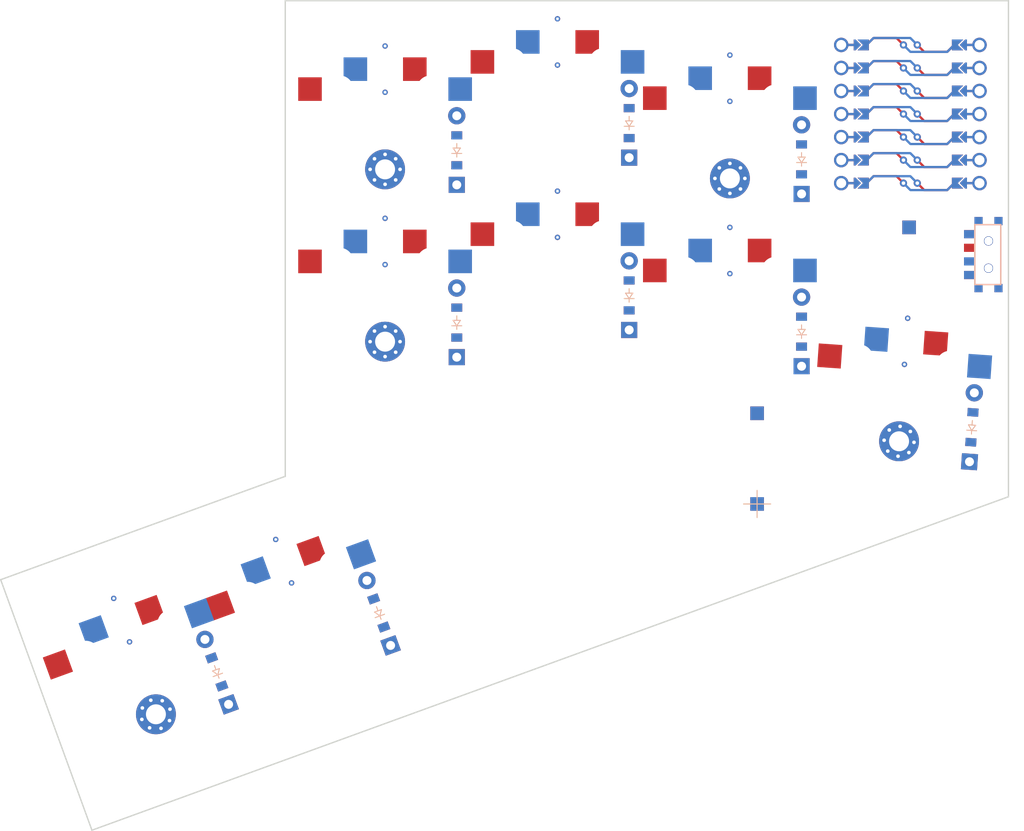
<source format=kicad_pcb>


(kicad_pcb (version 20171130) (host pcbnew 5.1.6)

  (page A3)
  (title_block
    (title "nox_30")
    (rev "v1.0.0")
    (company "Unknown")
  )

  (general
    (thickness 1.6)
  )

  (layers
    (0 F.Cu signal)
    (31 B.Cu signal)
    (32 B.Adhes user)
    (33 F.Adhes user)
    (34 B.Paste user)
    (35 F.Paste user)
    (36 B.SilkS user)
    (37 F.SilkS user)
    (38 B.Mask user)
    (39 F.Mask user)
    (40 Dwgs.User user)
    (41 Cmts.User user)
    (42 Eco1.User user)
    (43 Eco2.User user)
    (44 Edge.Cuts user)
    (45 Margin user)
    (46 B.CrtYd user)
    (47 F.CrtYd user)
    (48 B.Fab user)
    (49 F.Fab user)
  )

  (setup
    (last_trace_width 0.25)
    (trace_clearance 0.2)
    (zone_clearance 0.508)
    (zone_45_only no)
    (trace_min 0.2)
    (via_size 0.8)
    (via_drill 0.4)
    (via_min_size 0.4)
    (via_min_drill 0.3)
    (uvia_size 0.3)
    (uvia_drill 0.1)
    (uvias_allowed no)
    (uvia_min_size 0.2)
    (uvia_min_drill 0.1)
    (edge_width 0.05)
    (segment_width 0.2)
    (pcb_text_width 0.3)
    (pcb_text_size 1.5 1.5)
    (mod_edge_width 0.12)
    (mod_text_size 1 1)
    (mod_text_width 0.15)
    (pad_size 1.524 1.524)
    (pad_drill 0.762)
    (pad_to_mask_clearance 0.05)
    (aux_axis_origin 0 0)
    (visible_elements FFFFFF7F)
    (pcbplotparams
      (layerselection 0x010fc_ffffffff)
      (usegerberextensions false)
      (usegerberattributes true)
      (usegerberadvancedattributes true)
      (creategerberjobfile true)
      (excludeedgelayer true)
      (linewidth 0.100000)
      (plotframeref false)
      (viasonmask false)
      (mode 1)
      (useauxorigin false)
      (hpglpennumber 1)
      (hpglpenspeed 20)
      (hpglpendiameter 15.000000)
      (psnegative false)
      (psa4output false)
      (plotreference true)
      (plotvalue true)
      (plotinvisibletext false)
      (padsonsilk false)
      (subtractmaskfromsilk false)
      (outputformat 1)
      (mirror false)
      (drillshape 1)
      (scaleselection 1)
      (outputdirectory ""))
  )

  (net 0 "")
(net 1 "index_home")
(net 2 "P1")
(net 3 "index_top")
(net 4 "middle_home")
(net 5 "P2")
(net 6 "middle_top")
(net 7 "ring_home")
(net 8 "P3")
(net 9 "ring_top")
(net 10 "pinky_home")
(net 11 "P4")
(net 12 "one_main")
(net 13 "two_main")
(net 14 "P9")
(net 15 "P10")
(net 16 "P8")
(net 17 "VCC5")
(net 18 "GND")
(net 19 "VCC3")
(net 20 "RST")
(net 21 "RAW")
(net 22 "NFC0")
(net 23 "NFC1")
(net 24 "CLK")
(net 25 "DIO")
(net 26 "P0")
(net 27 "P5")
(net 28 "P6")
(net 29 "P7")
(net 30 "BAT+")

  (net_class Default "This is the default net class."
    (clearance 0.2)
    (trace_width 0.25)
    (via_dia 0.8)
    (via_drill 0.4)
    (uvia_dia 0.3)
    (uvia_drill 0.1)
    (add_net "")
(add_net "index_home")
(add_net "P1")
(add_net "index_top")
(add_net "middle_home")
(add_net "P2")
(add_net "middle_top")
(add_net "ring_home")
(add_net "P3")
(add_net "ring_top")
(add_net "pinky_home")
(add_net "P4")
(add_net "one_main")
(add_net "two_main")
(add_net "P9")
(add_net "P10")
(add_net "P8")
(add_net "VCC5")
(add_net "GND")
(add_net "VCC3")
(add_net "RST")
(add_net "RAW")
(add_net "NFC0")
(add_net "NFC1")
(add_net "CLK")
(add_net "DIO")
(add_net "P0")
(add_net "P5")
(add_net "P6")
(add_net "P7")
(add_net "BAT+")
  )

  
        
      (module PG1350 (layer F.Cu) (tedit 5DD50112)
      (at 50 71 0)

      
      (fp_text reference "S1" (at 0 0) (layer F.SilkS) hide (effects (font (size 1.27 1.27) (thickness 0.15))))
      (fp_text value "" (at 0 0) (layer F.SilkS) hide (effects (font (size 1.27 1.27) (thickness 0.15))))

      
      (fp_line (start -7 -6) (end -7 -7) (layer Dwgs.User) (width 0.15))
      (fp_line (start -7 7) (end -6 7) (layer Dwgs.User) (width 0.15))
      (fp_line (start -6 -7) (end -7 -7) (layer Dwgs.User) (width 0.15))
      (fp_line (start -7 7) (end -7 6) (layer Dwgs.User) (width 0.15))
      (fp_line (start 7 6) (end 7 7) (layer Dwgs.User) (width 0.15))
      (fp_line (start 7 -7) (end 6 -7) (layer Dwgs.User) (width 0.15))
      (fp_line (start 6 7) (end 7 7) (layer Dwgs.User) (width 0.15))
      (fp_line (start 7 -7) (end 7 -6) (layer Dwgs.User) (width 0.15))      
      
      
      (pad "" np_thru_hole circle (at 0 0) (size 3.429 3.429) (drill 3.429) (layers *.Cu *.Mask))
        
      
      (pad "" np_thru_hole circle (at 5.5 0) (size 1.7018 1.7018) (drill 1.7018) (layers *.Cu *.Mask))
      (pad "" np_thru_hole circle (at -5.5 0) (size 1.7018 1.7018) (drill 1.7018) (layers *.Cu *.Mask))
      
        
      
      (fp_line (start -9 -8.5) (end 9 -8.5) (layer Dwgs.User) (width 0.15))
      (fp_line (start 9 -8.5) (end 9 8.5) (layer Dwgs.User) (width 0.15))
      (fp_line (start 9 8.5) (end -9 8.5) (layer Dwgs.User) (width 0.15))
      (fp_line (start -9 8.5) (end -9 -8.5) (layer Dwgs.User) (width 0.15))
      
        
          
          (pad "" np_thru_hole circle (at 5 -3.75) (size 3 3) (drill 3) (layers *.Cu *.Mask))
          (pad "" np_thru_hole circle (at 0 -5.95) (size 3 3) (drill 3) (layers *.Cu *.Mask))
      
          
          (pad 1 smd rect (at -3.275 -5.95 0) (size 2.6 2.6) (layers B.Cu B.Paste B.Mask)  (net 1 "index_home"))
          (pad 2 smd rect (at 8.275 -3.75 0) (size 2.6 2.6) (layers B.Cu B.Paste B.Mask)  (net 2 "P1"))
        
        
          
          (pad "" np_thru_hole circle (at -5 -3.75) (size 3 3) (drill 3) (layers *.Cu *.Mask))
          (pad "" np_thru_hole circle (at 0 -5.95) (size 3 3) (drill 3) (layers *.Cu *.Mask))
      
          
          (pad 1 smd rect (at 3.275 -5.95 0) (size 2.6 2.6) (layers F.Cu F.Paste F.Mask)  (net 1 "index_home"))
          (pad 2 smd rect (at -8.275 -3.75 0) (size 2.6 2.6) (layers F.Cu F.Paste F.Mask)  (net 2 "P1"))
        )
        

        
      (module PG1350 (layer F.Cu) (tedit 5DD50112)
      (at 50 52 0)

      
      (fp_text reference "S2" (at 0 0) (layer F.SilkS) hide (effects (font (size 1.27 1.27) (thickness 0.15))))
      (fp_text value "" (at 0 0) (layer F.SilkS) hide (effects (font (size 1.27 1.27) (thickness 0.15))))

      
      (fp_line (start -7 -6) (end -7 -7) (layer Dwgs.User) (width 0.15))
      (fp_line (start -7 7) (end -6 7) (layer Dwgs.User) (width 0.15))
      (fp_line (start -6 -7) (end -7 -7) (layer Dwgs.User) (width 0.15))
      (fp_line (start -7 7) (end -7 6) (layer Dwgs.User) (width 0.15))
      (fp_line (start 7 6) (end 7 7) (layer Dwgs.User) (width 0.15))
      (fp_line (start 7 -7) (end 6 -7) (layer Dwgs.User) (width 0.15))
      (fp_line (start 6 7) (end 7 7) (layer Dwgs.User) (width 0.15))
      (fp_line (start 7 -7) (end 7 -6) (layer Dwgs.User) (width 0.15))      
      
      
      (pad "" np_thru_hole circle (at 0 0) (size 3.429 3.429) (drill 3.429) (layers *.Cu *.Mask))
        
      
      (pad "" np_thru_hole circle (at 5.5 0) (size 1.7018 1.7018) (drill 1.7018) (layers *.Cu *.Mask))
      (pad "" np_thru_hole circle (at -5.5 0) (size 1.7018 1.7018) (drill 1.7018) (layers *.Cu *.Mask))
      
        
      
      (fp_line (start -9 -8.5) (end 9 -8.5) (layer Dwgs.User) (width 0.15))
      (fp_line (start 9 -8.5) (end 9 8.5) (layer Dwgs.User) (width 0.15))
      (fp_line (start 9 8.5) (end -9 8.5) (layer Dwgs.User) (width 0.15))
      (fp_line (start -9 8.5) (end -9 -8.5) (layer Dwgs.User) (width 0.15))
      
        
          
          (pad "" np_thru_hole circle (at 5 -3.75) (size 3 3) (drill 3) (layers *.Cu *.Mask))
          (pad "" np_thru_hole circle (at 0 -5.95) (size 3 3) (drill 3) (layers *.Cu *.Mask))
      
          
          (pad 1 smd rect (at -3.275 -5.95 0) (size 2.6 2.6) (layers B.Cu B.Paste B.Mask)  (net 3 "index_top"))
          (pad 2 smd rect (at 8.275 -3.75 0) (size 2.6 2.6) (layers B.Cu B.Paste B.Mask)  (net 2 "P1"))
        
        
          
          (pad "" np_thru_hole circle (at -5 -3.75) (size 3 3) (drill 3) (layers *.Cu *.Mask))
          (pad "" np_thru_hole circle (at 0 -5.95) (size 3 3) (drill 3) (layers *.Cu *.Mask))
      
          
          (pad 1 smd rect (at 3.275 -5.95 0) (size 2.6 2.6) (layers F.Cu F.Paste F.Mask)  (net 3 "index_top"))
          (pad 2 smd rect (at -8.275 -3.75 0) (size 2.6 2.6) (layers F.Cu F.Paste F.Mask)  (net 2 "P1"))
        )
        

        
      (module PG1350 (layer F.Cu) (tedit 5DD50112)
      (at 69 68 0)

      
      (fp_text reference "S3" (at 0 0) (layer F.SilkS) hide (effects (font (size 1.27 1.27) (thickness 0.15))))
      (fp_text value "" (at 0 0) (layer F.SilkS) hide (effects (font (size 1.27 1.27) (thickness 0.15))))

      
      (fp_line (start -7 -6) (end -7 -7) (layer Dwgs.User) (width 0.15))
      (fp_line (start -7 7) (end -6 7) (layer Dwgs.User) (width 0.15))
      (fp_line (start -6 -7) (end -7 -7) (layer Dwgs.User) (width 0.15))
      (fp_line (start -7 7) (end -7 6) (layer Dwgs.User) (width 0.15))
      (fp_line (start 7 6) (end 7 7) (layer Dwgs.User) (width 0.15))
      (fp_line (start 7 -7) (end 6 -7) (layer Dwgs.User) (width 0.15))
      (fp_line (start 6 7) (end 7 7) (layer Dwgs.User) (width 0.15))
      (fp_line (start 7 -7) (end 7 -6) (layer Dwgs.User) (width 0.15))      
      
      
      (pad "" np_thru_hole circle (at 0 0) (size 3.429 3.429) (drill 3.429) (layers *.Cu *.Mask))
        
      
      (pad "" np_thru_hole circle (at 5.5 0) (size 1.7018 1.7018) (drill 1.7018) (layers *.Cu *.Mask))
      (pad "" np_thru_hole circle (at -5.5 0) (size 1.7018 1.7018) (drill 1.7018) (layers *.Cu *.Mask))
      
        
      
      (fp_line (start -9 -8.5) (end 9 -8.5) (layer Dwgs.User) (width 0.15))
      (fp_line (start 9 -8.5) (end 9 8.5) (layer Dwgs.User) (width 0.15))
      (fp_line (start 9 8.5) (end -9 8.5) (layer Dwgs.User) (width 0.15))
      (fp_line (start -9 8.5) (end -9 -8.5) (layer Dwgs.User) (width 0.15))
      
        
          
          (pad "" np_thru_hole circle (at 5 -3.75) (size 3 3) (drill 3) (layers *.Cu *.Mask))
          (pad "" np_thru_hole circle (at 0 -5.95) (size 3 3) (drill 3) (layers *.Cu *.Mask))
      
          
          (pad 1 smd rect (at -3.275 -5.95 0) (size 2.6 2.6) (layers B.Cu B.Paste B.Mask)  (net 4 "middle_home"))
          (pad 2 smd rect (at 8.275 -3.75 0) (size 2.6 2.6) (layers B.Cu B.Paste B.Mask)  (net 5 "P2"))
        
        
          
          (pad "" np_thru_hole circle (at -5 -3.75) (size 3 3) (drill 3) (layers *.Cu *.Mask))
          (pad "" np_thru_hole circle (at 0 -5.95) (size 3 3) (drill 3) (layers *.Cu *.Mask))
      
          
          (pad 1 smd rect (at 3.275 -5.95 0) (size 2.6 2.6) (layers F.Cu F.Paste F.Mask)  (net 4 "middle_home"))
          (pad 2 smd rect (at -8.275 -3.75 0) (size 2.6 2.6) (layers F.Cu F.Paste F.Mask)  (net 5 "P2"))
        )
        

        
      (module PG1350 (layer F.Cu) (tedit 5DD50112)
      (at 69 49 0)

      
      (fp_text reference "S4" (at 0 0) (layer F.SilkS) hide (effects (font (size 1.27 1.27) (thickness 0.15))))
      (fp_text value "" (at 0 0) (layer F.SilkS) hide (effects (font (size 1.27 1.27) (thickness 0.15))))

      
      (fp_line (start -7 -6) (end -7 -7) (layer Dwgs.User) (width 0.15))
      (fp_line (start -7 7) (end -6 7) (layer Dwgs.User) (width 0.15))
      (fp_line (start -6 -7) (end -7 -7) (layer Dwgs.User) (width 0.15))
      (fp_line (start -7 7) (end -7 6) (layer Dwgs.User) (width 0.15))
      (fp_line (start 7 6) (end 7 7) (layer Dwgs.User) (width 0.15))
      (fp_line (start 7 -7) (end 6 -7) (layer Dwgs.User) (width 0.15))
      (fp_line (start 6 7) (end 7 7) (layer Dwgs.User) (width 0.15))
      (fp_line (start 7 -7) (end 7 -6) (layer Dwgs.User) (width 0.15))      
      
      
      (pad "" np_thru_hole circle (at 0 0) (size 3.429 3.429) (drill 3.429) (layers *.Cu *.Mask))
        
      
      (pad "" np_thru_hole circle (at 5.5 0) (size 1.7018 1.7018) (drill 1.7018) (layers *.Cu *.Mask))
      (pad "" np_thru_hole circle (at -5.5 0) (size 1.7018 1.7018) (drill 1.7018) (layers *.Cu *.Mask))
      
        
      
      (fp_line (start -9 -8.5) (end 9 -8.5) (layer Dwgs.User) (width 0.15))
      (fp_line (start 9 -8.5) (end 9 8.5) (layer Dwgs.User) (width 0.15))
      (fp_line (start 9 8.5) (end -9 8.5) (layer Dwgs.User) (width 0.15))
      (fp_line (start -9 8.5) (end -9 -8.5) (layer Dwgs.User) (width 0.15))
      
        
          
          (pad "" np_thru_hole circle (at 5 -3.75) (size 3 3) (drill 3) (layers *.Cu *.Mask))
          (pad "" np_thru_hole circle (at 0 -5.95) (size 3 3) (drill 3) (layers *.Cu *.Mask))
      
          
          (pad 1 smd rect (at -3.275 -5.95 0) (size 2.6 2.6) (layers B.Cu B.Paste B.Mask)  (net 6 "middle_top"))
          (pad 2 smd rect (at 8.275 -3.75 0) (size 2.6 2.6) (layers B.Cu B.Paste B.Mask)  (net 5 "P2"))
        
        
          
          (pad "" np_thru_hole circle (at -5 -3.75) (size 3 3) (drill 3) (layers *.Cu *.Mask))
          (pad "" np_thru_hole circle (at 0 -5.95) (size 3 3) (drill 3) (layers *.Cu *.Mask))
      
          
          (pad 1 smd rect (at 3.275 -5.95 0) (size 2.6 2.6) (layers F.Cu F.Paste F.Mask)  (net 6 "middle_top"))
          (pad 2 smd rect (at -8.275 -3.75 0) (size 2.6 2.6) (layers F.Cu F.Paste F.Mask)  (net 5 "P2"))
        )
        

        
      (module PG1350 (layer F.Cu) (tedit 5DD50112)
      (at 88 72 0)

      
      (fp_text reference "S5" (at 0 0) (layer F.SilkS) hide (effects (font (size 1.27 1.27) (thickness 0.15))))
      (fp_text value "" (at 0 0) (layer F.SilkS) hide (effects (font (size 1.27 1.27) (thickness 0.15))))

      
      (fp_line (start -7 -6) (end -7 -7) (layer Dwgs.User) (width 0.15))
      (fp_line (start -7 7) (end -6 7) (layer Dwgs.User) (width 0.15))
      (fp_line (start -6 -7) (end -7 -7) (layer Dwgs.User) (width 0.15))
      (fp_line (start -7 7) (end -7 6) (layer Dwgs.User) (width 0.15))
      (fp_line (start 7 6) (end 7 7) (layer Dwgs.User) (width 0.15))
      (fp_line (start 7 -7) (end 6 -7) (layer Dwgs.User) (width 0.15))
      (fp_line (start 6 7) (end 7 7) (layer Dwgs.User) (width 0.15))
      (fp_line (start 7 -7) (end 7 -6) (layer Dwgs.User) (width 0.15))      
      
      
      (pad "" np_thru_hole circle (at 0 0) (size 3.429 3.429) (drill 3.429) (layers *.Cu *.Mask))
        
      
      (pad "" np_thru_hole circle (at 5.5 0) (size 1.7018 1.7018) (drill 1.7018) (layers *.Cu *.Mask))
      (pad "" np_thru_hole circle (at -5.5 0) (size 1.7018 1.7018) (drill 1.7018) (layers *.Cu *.Mask))
      
        
      
      (fp_line (start -9 -8.5) (end 9 -8.5) (layer Dwgs.User) (width 0.15))
      (fp_line (start 9 -8.5) (end 9 8.5) (layer Dwgs.User) (width 0.15))
      (fp_line (start 9 8.5) (end -9 8.5) (layer Dwgs.User) (width 0.15))
      (fp_line (start -9 8.5) (end -9 -8.5) (layer Dwgs.User) (width 0.15))
      
        
          
          (pad "" np_thru_hole circle (at 5 -3.75) (size 3 3) (drill 3) (layers *.Cu *.Mask))
          (pad "" np_thru_hole circle (at 0 -5.95) (size 3 3) (drill 3) (layers *.Cu *.Mask))
      
          
          (pad 1 smd rect (at -3.275 -5.95 0) (size 2.6 2.6) (layers B.Cu B.Paste B.Mask)  (net 7 "ring_home"))
          (pad 2 smd rect (at 8.275 -3.75 0) (size 2.6 2.6) (layers B.Cu B.Paste B.Mask)  (net 8 "P3"))
        
        
          
          (pad "" np_thru_hole circle (at -5 -3.75) (size 3 3) (drill 3) (layers *.Cu *.Mask))
          (pad "" np_thru_hole circle (at 0 -5.95) (size 3 3) (drill 3) (layers *.Cu *.Mask))
      
          
          (pad 1 smd rect (at 3.275 -5.95 0) (size 2.6 2.6) (layers F.Cu F.Paste F.Mask)  (net 7 "ring_home"))
          (pad 2 smd rect (at -8.275 -3.75 0) (size 2.6 2.6) (layers F.Cu F.Paste F.Mask)  (net 8 "P3"))
        )
        

        
      (module PG1350 (layer F.Cu) (tedit 5DD50112)
      (at 88 53 0)

      
      (fp_text reference "S6" (at 0 0) (layer F.SilkS) hide (effects (font (size 1.27 1.27) (thickness 0.15))))
      (fp_text value "" (at 0 0) (layer F.SilkS) hide (effects (font (size 1.27 1.27) (thickness 0.15))))

      
      (fp_line (start -7 -6) (end -7 -7) (layer Dwgs.User) (width 0.15))
      (fp_line (start -7 7) (end -6 7) (layer Dwgs.User) (width 0.15))
      (fp_line (start -6 -7) (end -7 -7) (layer Dwgs.User) (width 0.15))
      (fp_line (start -7 7) (end -7 6) (layer Dwgs.User) (width 0.15))
      (fp_line (start 7 6) (end 7 7) (layer Dwgs.User) (width 0.15))
      (fp_line (start 7 -7) (end 6 -7) (layer Dwgs.User) (width 0.15))
      (fp_line (start 6 7) (end 7 7) (layer Dwgs.User) (width 0.15))
      (fp_line (start 7 -7) (end 7 -6) (layer Dwgs.User) (width 0.15))      
      
      
      (pad "" np_thru_hole circle (at 0 0) (size 3.429 3.429) (drill 3.429) (layers *.Cu *.Mask))
        
      
      (pad "" np_thru_hole circle (at 5.5 0) (size 1.7018 1.7018) (drill 1.7018) (layers *.Cu *.Mask))
      (pad "" np_thru_hole circle (at -5.5 0) (size 1.7018 1.7018) (drill 1.7018) (layers *.Cu *.Mask))
      
        
      
      (fp_line (start -9 -8.5) (end 9 -8.5) (layer Dwgs.User) (width 0.15))
      (fp_line (start 9 -8.5) (end 9 8.5) (layer Dwgs.User) (width 0.15))
      (fp_line (start 9 8.5) (end -9 8.5) (layer Dwgs.User) (width 0.15))
      (fp_line (start -9 8.5) (end -9 -8.5) (layer Dwgs.User) (width 0.15))
      
        
          
          (pad "" np_thru_hole circle (at 5 -3.75) (size 3 3) (drill 3) (layers *.Cu *.Mask))
          (pad "" np_thru_hole circle (at 0 -5.95) (size 3 3) (drill 3) (layers *.Cu *.Mask))
      
          
          (pad 1 smd rect (at -3.275 -5.95 0) (size 2.6 2.6) (layers B.Cu B.Paste B.Mask)  (net 9 "ring_top"))
          (pad 2 smd rect (at 8.275 -3.75 0) (size 2.6 2.6) (layers B.Cu B.Paste B.Mask)  (net 8 "P3"))
        
        
          
          (pad "" np_thru_hole circle (at -5 -3.75) (size 3 3) (drill 3) (layers *.Cu *.Mask))
          (pad "" np_thru_hole circle (at 0 -5.95) (size 3 3) (drill 3) (layers *.Cu *.Mask))
      
          
          (pad 1 smd rect (at 3.275 -5.95 0) (size 2.6 2.6) (layers F.Cu F.Paste F.Mask)  (net 9 "ring_top"))
          (pad 2 smd rect (at -8.275 -3.75 0) (size 2.6 2.6) (layers F.Cu F.Paste F.Mask)  (net 8 "P3"))
        )
        

        
      (module PG1350 (layer F.Cu) (tedit 5DD50112)
      (at 107 82 -4)

      
      (fp_text reference "S7" (at 0 0) (layer F.SilkS) hide (effects (font (size 1.27 1.27) (thickness 0.15))))
      (fp_text value "" (at 0 0) (layer F.SilkS) hide (effects (font (size 1.27 1.27) (thickness 0.15))))

      
      (fp_line (start -7 -6) (end -7 -7) (layer Dwgs.User) (width 0.15))
      (fp_line (start -7 7) (end -6 7) (layer Dwgs.User) (width 0.15))
      (fp_line (start -6 -7) (end -7 -7) (layer Dwgs.User) (width 0.15))
      (fp_line (start -7 7) (end -7 6) (layer Dwgs.User) (width 0.15))
      (fp_line (start 7 6) (end 7 7) (layer Dwgs.User) (width 0.15))
      (fp_line (start 7 -7) (end 6 -7) (layer Dwgs.User) (width 0.15))
      (fp_line (start 6 7) (end 7 7) (layer Dwgs.User) (width 0.15))
      (fp_line (start 7 -7) (end 7 -6) (layer Dwgs.User) (width 0.15))      
      
      
      (pad "" np_thru_hole circle (at 0 0) (size 3.429 3.429) (drill 3.429) (layers *.Cu *.Mask))
        
      
      (pad "" np_thru_hole circle (at 5.5 0) (size 1.7018 1.7018) (drill 1.7018) (layers *.Cu *.Mask))
      (pad "" np_thru_hole circle (at -5.5 0) (size 1.7018 1.7018) (drill 1.7018) (layers *.Cu *.Mask))
      
        
      
      (fp_line (start -9 -8.5) (end 9 -8.5) (layer Dwgs.User) (width 0.15))
      (fp_line (start 9 -8.5) (end 9 8.5) (layer Dwgs.User) (width 0.15))
      (fp_line (start 9 8.5) (end -9 8.5) (layer Dwgs.User) (width 0.15))
      (fp_line (start -9 8.5) (end -9 -8.5) (layer Dwgs.User) (width 0.15))
      
        
          
          (pad "" np_thru_hole circle (at 5 -3.75) (size 3 3) (drill 3) (layers *.Cu *.Mask))
          (pad "" np_thru_hole circle (at 0 -5.95) (size 3 3) (drill 3) (layers *.Cu *.Mask))
      
          
          (pad 1 smd rect (at -3.275 -5.95 -4) (size 2.6 2.6) (layers B.Cu B.Paste B.Mask)  (net 10 "pinky_home"))
          (pad 2 smd rect (at 8.275 -3.75 -4) (size 2.6 2.6) (layers B.Cu B.Paste B.Mask)  (net 11 "P4"))
        
        
          
          (pad "" np_thru_hole circle (at -5 -3.75) (size 3 3) (drill 3) (layers *.Cu *.Mask))
          (pad "" np_thru_hole circle (at 0 -5.95) (size 3 3) (drill 3) (layers *.Cu *.Mask))
      
          
          (pad 1 smd rect (at 3.275 -5.95 -4) (size 2.6 2.6) (layers F.Cu F.Paste F.Mask)  (net 10 "pinky_home"))
          (pad 2 smd rect (at -8.275 -3.75 -4) (size 2.6 2.6) (layers F.Cu F.Paste F.Mask)  (net 11 "P4"))
        )
        

        
      (module PG1350 (layer F.Cu) (tedit 5DD50112)
      (at 23 112.4 20)

      
      (fp_text reference "S8" (at 0 0) (layer F.SilkS) hide (effects (font (size 1.27 1.27) (thickness 0.15))))
      (fp_text value "" (at 0 0) (layer F.SilkS) hide (effects (font (size 1.27 1.27) (thickness 0.15))))

      
      (fp_line (start -7 -6) (end -7 -7) (layer Dwgs.User) (width 0.15))
      (fp_line (start -7 7) (end -6 7) (layer Dwgs.User) (width 0.15))
      (fp_line (start -6 -7) (end -7 -7) (layer Dwgs.User) (width 0.15))
      (fp_line (start -7 7) (end -7 6) (layer Dwgs.User) (width 0.15))
      (fp_line (start 7 6) (end 7 7) (layer Dwgs.User) (width 0.15))
      (fp_line (start 7 -7) (end 6 -7) (layer Dwgs.User) (width 0.15))
      (fp_line (start 6 7) (end 7 7) (layer Dwgs.User) (width 0.15))
      (fp_line (start 7 -7) (end 7 -6) (layer Dwgs.User) (width 0.15))      
      
      
      (pad "" np_thru_hole circle (at 0 0) (size 3.429 3.429) (drill 3.429) (layers *.Cu *.Mask))
        
      
      (pad "" np_thru_hole circle (at 5.5 0) (size 1.7018 1.7018) (drill 1.7018) (layers *.Cu *.Mask))
      (pad "" np_thru_hole circle (at -5.5 0) (size 1.7018 1.7018) (drill 1.7018) (layers *.Cu *.Mask))
      
        
      
      (fp_line (start -9 -8.5) (end 9 -8.5) (layer Dwgs.User) (width 0.15))
      (fp_line (start 9 -8.5) (end 9 8.5) (layer Dwgs.User) (width 0.15))
      (fp_line (start 9 8.5) (end -9 8.5) (layer Dwgs.User) (width 0.15))
      (fp_line (start -9 8.5) (end -9 -8.5) (layer Dwgs.User) (width 0.15))
      
        
          
          (pad "" np_thru_hole circle (at 5 -3.75) (size 3 3) (drill 3) (layers *.Cu *.Mask))
          (pad "" np_thru_hole circle (at 0 -5.95) (size 3 3) (drill 3) (layers *.Cu *.Mask))
      
          
          (pad 1 smd rect (at -3.275 -5.95 20) (size 2.6 2.6) (layers B.Cu B.Paste B.Mask)  (net 12 "one_main"))
          (pad 2 smd rect (at 8.275 -3.75 20) (size 2.6 2.6) (layers B.Cu B.Paste B.Mask)  (net 2 "P1"))
        
        
          
          (pad "" np_thru_hole circle (at -5 -3.75) (size 3 3) (drill 3) (layers *.Cu *.Mask))
          (pad "" np_thru_hole circle (at 0 -5.95) (size 3 3) (drill 3) (layers *.Cu *.Mask))
      
          
          (pad 1 smd rect (at 3.275 -5.95 20) (size 2.6 2.6) (layers F.Cu F.Paste F.Mask)  (net 12 "one_main"))
          (pad 2 smd rect (at -8.275 -3.75 20) (size 2.6 2.6) (layers F.Cu F.Paste F.Mask)  (net 2 "P1"))
        )
        

        
      (module PG1350 (layer F.Cu) (tedit 5DD50112)
      (at 40.854159800000005 105.90161730000001 20)

      
      (fp_text reference "S9" (at 0 0) (layer F.SilkS) hide (effects (font (size 1.27 1.27) (thickness 0.15))))
      (fp_text value "" (at 0 0) (layer F.SilkS) hide (effects (font (size 1.27 1.27) (thickness 0.15))))

      
      (fp_line (start -7 -6) (end -7 -7) (layer Dwgs.User) (width 0.15))
      (fp_line (start -7 7) (end -6 7) (layer Dwgs.User) (width 0.15))
      (fp_line (start -6 -7) (end -7 -7) (layer Dwgs.User) (width 0.15))
      (fp_line (start -7 7) (end -7 6) (layer Dwgs.User) (width 0.15))
      (fp_line (start 7 6) (end 7 7) (layer Dwgs.User) (width 0.15))
      (fp_line (start 7 -7) (end 6 -7) (layer Dwgs.User) (width 0.15))
      (fp_line (start 6 7) (end 7 7) (layer Dwgs.User) (width 0.15))
      (fp_line (start 7 -7) (end 7 -6) (layer Dwgs.User) (width 0.15))      
      
      
      (pad "" np_thru_hole circle (at 0 0) (size 3.429 3.429) (drill 3.429) (layers *.Cu *.Mask))
        
      
      (pad "" np_thru_hole circle (at 5.5 0) (size 1.7018 1.7018) (drill 1.7018) (layers *.Cu *.Mask))
      (pad "" np_thru_hole circle (at -5.5 0) (size 1.7018 1.7018) (drill 1.7018) (layers *.Cu *.Mask))
      
        
      
      (fp_line (start -9 -8.5) (end 9 -8.5) (layer Dwgs.User) (width 0.15))
      (fp_line (start 9 -8.5) (end 9 8.5) (layer Dwgs.User) (width 0.15))
      (fp_line (start 9 8.5) (end -9 8.5) (layer Dwgs.User) (width 0.15))
      (fp_line (start -9 8.5) (end -9 -8.5) (layer Dwgs.User) (width 0.15))
      
        
          
          (pad "" np_thru_hole circle (at 5 -3.75) (size 3 3) (drill 3) (layers *.Cu *.Mask))
          (pad "" np_thru_hole circle (at 0 -5.95) (size 3 3) (drill 3) (layers *.Cu *.Mask))
      
          
          (pad 1 smd rect (at -3.275 -5.95 20) (size 2.6 2.6) (layers B.Cu B.Paste B.Mask)  (net 13 "two_main"))
          (pad 2 smd rect (at 8.275 -3.75 20) (size 2.6 2.6) (layers B.Cu B.Paste B.Mask)  (net 5 "P2"))
        
        
          
          (pad "" np_thru_hole circle (at -5 -3.75) (size 3 3) (drill 3) (layers *.Cu *.Mask))
          (pad "" np_thru_hole circle (at 0 -5.95) (size 3 3) (drill 3) (layers *.Cu *.Mask))
      
          
          (pad 1 smd rect (at 3.275 -5.95 20) (size 2.6 2.6) (layers F.Cu F.Paste F.Mask)  (net 13 "two_main"))
          (pad 2 smd rect (at -8.275 -3.75 20) (size 2.6 2.6) (layers F.Cu F.Paste F.Mask)  (net 5 "P2"))
        )
        

      (module VIA-0.6mm (layer F.Cu) (tedit 591DBFB0)
      (at 50 62.5 0)   
      
      (fp_text reference REF** (at 0 1.4) (layer F.SilkS) hide (effects (font (size 1 1) (thickness 0.15))))
      (fp_text value VIA-0.6mm (at 0 -1.4) (layer F.Fab) hide (effects (font (size 1 1) (thickness 0.15))))

      
      (pad 1 thru_hole circle (at 0 0) (size 0.6 0.6) (drill 0.3) (layers *.Cu) (zone_connect 2) (net 2 "P1"))
      )
    

      (module VIA-0.6mm (layer F.Cu) (tedit 591DBFB0)
      (at 50 43.5 0)   
      
      (fp_text reference REF** (at 0 1.4) (layer F.SilkS) hide (effects (font (size 1 1) (thickness 0.15))))
      (fp_text value VIA-0.6mm (at 0 -1.4) (layer F.Fab) hide (effects (font (size 1 1) (thickness 0.15))))

      
      (pad 1 thru_hole circle (at 0 0) (size 0.6 0.6) (drill 0.3) (layers *.Cu) (zone_connect 2) (net 2 "P1"))
      )
    

      (module VIA-0.6mm (layer F.Cu) (tedit 591DBFB0)
      (at 69 59.5 0)   
      
      (fp_text reference REF** (at 0 1.4) (layer F.SilkS) hide (effects (font (size 1 1) (thickness 0.15))))
      (fp_text value VIA-0.6mm (at 0 -1.4) (layer F.Fab) hide (effects (font (size 1 1) (thickness 0.15))))

      
      (pad 1 thru_hole circle (at 0 0) (size 0.6 0.6) (drill 0.3) (layers *.Cu) (zone_connect 2) (net 5 "P2"))
      )
    

      (module VIA-0.6mm (layer F.Cu) (tedit 591DBFB0)
      (at 69 40.5 0)   
      
      (fp_text reference REF** (at 0 1.4) (layer F.SilkS) hide (effects (font (size 1 1) (thickness 0.15))))
      (fp_text value VIA-0.6mm (at 0 -1.4) (layer F.Fab) hide (effects (font (size 1 1) (thickness 0.15))))

      
      (pad 1 thru_hole circle (at 0 0) (size 0.6 0.6) (drill 0.3) (layers *.Cu) (zone_connect 2) (net 5 "P2"))
      )
    

      (module VIA-0.6mm (layer F.Cu) (tedit 591DBFB0)
      (at 88 63.5 0)   
      
      (fp_text reference REF** (at 0 1.4) (layer F.SilkS) hide (effects (font (size 1 1) (thickness 0.15))))
      (fp_text value VIA-0.6mm (at 0 -1.4) (layer F.Fab) hide (effects (font (size 1 1) (thickness 0.15))))

      
      (pad 1 thru_hole circle (at 0 0) (size 0.6 0.6) (drill 0.3) (layers *.Cu) (zone_connect 2) (net 8 "P3"))
      )
    

      (module VIA-0.6mm (layer F.Cu) (tedit 591DBFB0)
      (at 88 44.5 0)   
      
      (fp_text reference REF** (at 0 1.4) (layer F.SilkS) hide (effects (font (size 1 1) (thickness 0.15))))
      (fp_text value VIA-0.6mm (at 0 -1.4) (layer F.Fab) hide (effects (font (size 1 1) (thickness 0.15))))

      
      (pad 1 thru_hole circle (at 0 0) (size 0.6 0.6) (drill 0.3) (layers *.Cu) (zone_connect 2) (net 8 "P3"))
      )
    

      (module VIA-0.6mm (layer F.Cu) (tedit 591DBFB0)
      (at 107.59293 73.5207056 -4)   
      
      (fp_text reference REF** (at 0 1.4) (layer F.SilkS) hide (effects (font (size 1 1) (thickness 0.15))))
      (fp_text value VIA-0.6mm (at 0 -1.4) (layer F.Fab) hide (effects (font (size 1 1) (thickness 0.15))))

      
      (pad 1 thru_hole circle (at 0 0) (size 0.6 0.6) (drill 0.3) (layers *.Cu) (zone_connect 2) (net 11 "P4"))
      )
    

      (module VIA-0.6mm (layer F.Cu) (tedit 591DBFB0)
      (at 20.0928288 104.41261270000001 20)   
      
      (fp_text reference REF** (at 0 1.4) (layer F.SilkS) hide (effects (font (size 1 1) (thickness 0.15))))
      (fp_text value VIA-0.6mm (at 0 -1.4) (layer F.Fab) hide (effects (font (size 1 1) (thickness 0.15))))

      
      (pad 1 thru_hole circle (at 0 0) (size 0.6 0.6) (drill 0.3) (layers *.Cu) (zone_connect 2) (net 2 "P1"))
      )
    

      (module VIA-0.6mm (layer F.Cu) (tedit 591DBFB0)
      (at 37.946988600000005 97.91423000000002 20)   
      
      (fp_text reference REF** (at 0 1.4) (layer F.SilkS) hide (effects (font (size 1 1) (thickness 0.15))))
      (fp_text value VIA-0.6mm (at 0 -1.4) (layer F.Fab) hide (effects (font (size 1 1) (thickness 0.15))))

      
      (pad 1 thru_hole circle (at 0 0) (size 0.6 0.6) (drill 0.3) (layers *.Cu) (zone_connect 2) (net 5 "P2"))
      )
    

      (module VIA-0.6mm (layer F.Cu) (tedit 591DBFB0)
      (at 50 67.6 0)   
      
      (fp_text reference REF** (at 0 1.4) (layer F.SilkS) hide (effects (font (size 1 1) (thickness 0.15))))
      (fp_text value VIA-0.6mm (at 0 -1.4) (layer F.Fab) hide (effects (font (size 1 1) (thickness 0.15))))

      
      (pad 1 thru_hole circle (at 0 0) (size 0.6 0.6) (drill 0.3) (layers *.Cu) (zone_connect 2) (net 1 "index_home"))
      )
    

      (module VIA-0.6mm (layer F.Cu) (tedit 591DBFB0)
      (at 50 48.6 0)   
      
      (fp_text reference REF** (at 0 1.4) (layer F.SilkS) hide (effects (font (size 1 1) (thickness 0.15))))
      (fp_text value VIA-0.6mm (at 0 -1.4) (layer F.Fab) hide (effects (font (size 1 1) (thickness 0.15))))

      
      (pad 1 thru_hole circle (at 0 0) (size 0.6 0.6) (drill 0.3) (layers *.Cu) (zone_connect 2) (net 3 "index_top"))
      )
    

      (module VIA-0.6mm (layer F.Cu) (tedit 591DBFB0)
      (at 69 64.6 0)   
      
      (fp_text reference REF** (at 0 1.4) (layer F.SilkS) hide (effects (font (size 1 1) (thickness 0.15))))
      (fp_text value VIA-0.6mm (at 0 -1.4) (layer F.Fab) hide (effects (font (size 1 1) (thickness 0.15))))

      
      (pad 1 thru_hole circle (at 0 0) (size 0.6 0.6) (drill 0.3) (layers *.Cu) (zone_connect 2) (net 4 "middle_home"))
      )
    

      (module VIA-0.6mm (layer F.Cu) (tedit 591DBFB0)
      (at 69 45.6 0)   
      
      (fp_text reference REF** (at 0 1.4) (layer F.SilkS) hide (effects (font (size 1 1) (thickness 0.15))))
      (fp_text value VIA-0.6mm (at 0 -1.4) (layer F.Fab) hide (effects (font (size 1 1) (thickness 0.15))))

      
      (pad 1 thru_hole circle (at 0 0) (size 0.6 0.6) (drill 0.3) (layers *.Cu) (zone_connect 2) (net 6 "middle_top"))
      )
    

      (module VIA-0.6mm (layer F.Cu) (tedit 591DBFB0)
      (at 88 68.6 0)   
      
      (fp_text reference REF** (at 0 1.4) (layer F.SilkS) hide (effects (font (size 1 1) (thickness 0.15))))
      (fp_text value VIA-0.6mm (at 0 -1.4) (layer F.Fab) hide (effects (font (size 1 1) (thickness 0.15))))

      
      (pad 1 thru_hole circle (at 0 0) (size 0.6 0.6) (drill 0.3) (layers *.Cu) (zone_connect 2) (net 7 "ring_home"))
      )
    

      (module VIA-0.6mm (layer F.Cu) (tedit 591DBFB0)
      (at 88 49.6 0)   
      
      (fp_text reference REF** (at 0 1.4) (layer F.SilkS) hide (effects (font (size 1 1) (thickness 0.15))))
      (fp_text value VIA-0.6mm (at 0 -1.4) (layer F.Fab) hide (effects (font (size 1 1) (thickness 0.15))))

      
      (pad 1 thru_hole circle (at 0 0) (size 0.6 0.6) (drill 0.3) (layers *.Cu) (zone_connect 2) (net 9 "ring_top"))
      )
    

      (module VIA-0.6mm (layer F.Cu) (tedit 591DBFB0)
      (at 107.237172 78.6082822 -4)   
      
      (fp_text reference REF** (at 0 1.4) (layer F.SilkS) hide (effects (font (size 1 1) (thickness 0.15))))
      (fp_text value VIA-0.6mm (at 0 -1.4) (layer F.Fab) hide (effects (font (size 1 1) (thickness 0.15))))

      
      (pad 1 thru_hole circle (at 0 0) (size 0.6 0.6) (drill 0.3) (layers *.Cu) (zone_connect 2) (net 10 "pinky_home"))
      )
    

      (module VIA-0.6mm (layer F.Cu) (tedit 591DBFB0)
      (at 21.837131499999998 109.2050451 20)   
      
      (fp_text reference REF** (at 0 1.4) (layer F.SilkS) hide (effects (font (size 1 1) (thickness 0.15))))
      (fp_text value VIA-0.6mm (at 0 -1.4) (layer F.Fab) hide (effects (font (size 1 1) (thickness 0.15))))

      
      (pad 1 thru_hole circle (at 0 0) (size 0.6 0.6) (drill 0.3) (layers *.Cu) (zone_connect 2) (net 12 "one_main"))
      )
    

      (module VIA-0.6mm (layer F.Cu) (tedit 591DBFB0)
      (at 39.6912913 102.70666240000001 20)   
      
      (fp_text reference REF** (at 0 1.4) (layer F.SilkS) hide (effects (font (size 1 1) (thickness 0.15))))
      (fp_text value VIA-0.6mm (at 0 -1.4) (layer F.Fab) hide (effects (font (size 1 1) (thickness 0.15))))

      
      (pad 1 thru_hole circle (at 0 0) (size 0.6 0.6) (drill 0.3) (layers *.Cu) (zone_connect 2) (net 13 "two_main"))
      )
    

  
    (module ComboDiode (layer F.Cu) (tedit 5B24D78E)


        (at 57.9 74 90)

        
        (fp_text reference "D1" (at 0 0) (layer F.SilkS) hide (effects (font (size 1.27 1.27) (thickness 0.15))))
        (fp_text value "" (at 0 0) (layer F.SilkS) hide (effects (font (size 1.27 1.27) (thickness 0.15))))
        
        
        (fp_line (start 0.25 0) (end 0.75 0) (layer F.SilkS) (width 0.1))
        (fp_line (start 0.25 0.4) (end -0.35 0) (layer F.SilkS) (width 0.1))
        (fp_line (start 0.25 -0.4) (end 0.25 0.4) (layer F.SilkS) (width 0.1))
        (fp_line (start -0.35 0) (end 0.25 -0.4) (layer F.SilkS) (width 0.1))
        (fp_line (start -0.35 0) (end -0.35 0.55) (layer F.SilkS) (width 0.1))
        (fp_line (start -0.35 0) (end -0.35 -0.55) (layer F.SilkS) (width 0.1))
        (fp_line (start -0.75 0) (end -0.35 0) (layer F.SilkS) (width 0.1))
        (fp_line (start 0.25 0) (end 0.75 0) (layer B.SilkS) (width 0.1))
        (fp_line (start 0.25 0.4) (end -0.35 0) (layer B.SilkS) (width 0.1))
        (fp_line (start 0.25 -0.4) (end 0.25 0.4) (layer B.SilkS) (width 0.1))
        (fp_line (start -0.35 0) (end 0.25 -0.4) (layer B.SilkS) (width 0.1))
        (fp_line (start -0.35 0) (end -0.35 0.55) (layer B.SilkS) (width 0.1))
        (fp_line (start -0.35 0) (end -0.35 -0.55) (layer B.SilkS) (width 0.1))
        (fp_line (start -0.75 0) (end -0.35 0) (layer B.SilkS) (width 0.1))
    
        
        (pad 1 smd rect (at -1.65 0 90) (size 0.9 1.2) (layers F.Cu F.Paste F.Mask) (net 14 "P9"))
        (pad 2 smd rect (at 1.65 0 90) (size 0.9 1.2) (layers B.Cu B.Paste B.Mask) (net 1 "index_home"))
        (pad 1 smd rect (at -1.65 0 90) (size 0.9 1.2) (layers B.Cu B.Paste B.Mask) (net 14 "P9"))
        (pad 2 smd rect (at 1.65 0 90) (size 0.9 1.2) (layers F.Cu F.Paste F.Mask) (net 1 "index_home"))
        
        
        (pad 1 thru_hole rect (at -3.81 0 90) (size 1.778 1.778) (drill 0.9906) (layers *.Cu *.Mask) (net 14 "P9"))
        (pad 2 thru_hole circle (at 3.81 0 90) (size 1.905 1.905) (drill 0.9906) (layers *.Cu *.Mask) (net 1 "index_home"))
    )
  
    

  
    (module ComboDiode (layer F.Cu) (tedit 5B24D78E)


        (at 57.9 55 90)

        
        (fp_text reference "D2" (at 0 0) (layer F.SilkS) hide (effects (font (size 1.27 1.27) (thickness 0.15))))
        (fp_text value "" (at 0 0) (layer F.SilkS) hide (effects (font (size 1.27 1.27) (thickness 0.15))))
        
        
        (fp_line (start 0.25 0) (end 0.75 0) (layer F.SilkS) (width 0.1))
        (fp_line (start 0.25 0.4) (end -0.35 0) (layer F.SilkS) (width 0.1))
        (fp_line (start 0.25 -0.4) (end 0.25 0.4) (layer F.SilkS) (width 0.1))
        (fp_line (start -0.35 0) (end 0.25 -0.4) (layer F.SilkS) (width 0.1))
        (fp_line (start -0.35 0) (end -0.35 0.55) (layer F.SilkS) (width 0.1))
        (fp_line (start -0.35 0) (end -0.35 -0.55) (layer F.SilkS) (width 0.1))
        (fp_line (start -0.75 0) (end -0.35 0) (layer F.SilkS) (width 0.1))
        (fp_line (start 0.25 0) (end 0.75 0) (layer B.SilkS) (width 0.1))
        (fp_line (start 0.25 0.4) (end -0.35 0) (layer B.SilkS) (width 0.1))
        (fp_line (start 0.25 -0.4) (end 0.25 0.4) (layer B.SilkS) (width 0.1))
        (fp_line (start -0.35 0) (end 0.25 -0.4) (layer B.SilkS) (width 0.1))
        (fp_line (start -0.35 0) (end -0.35 0.55) (layer B.SilkS) (width 0.1))
        (fp_line (start -0.35 0) (end -0.35 -0.55) (layer B.SilkS) (width 0.1))
        (fp_line (start -0.75 0) (end -0.35 0) (layer B.SilkS) (width 0.1))
    
        
        (pad 1 smd rect (at -1.65 0 90) (size 0.9 1.2) (layers F.Cu F.Paste F.Mask) (net 15 "P10"))
        (pad 2 smd rect (at 1.65 0 90) (size 0.9 1.2) (layers B.Cu B.Paste B.Mask) (net 3 "index_top"))
        (pad 1 smd rect (at -1.65 0 90) (size 0.9 1.2) (layers B.Cu B.Paste B.Mask) (net 15 "P10"))
        (pad 2 smd rect (at 1.65 0 90) (size 0.9 1.2) (layers F.Cu F.Paste F.Mask) (net 3 "index_top"))
        
        
        (pad 1 thru_hole rect (at -3.81 0 90) (size 1.778 1.778) (drill 0.9906) (layers *.Cu *.Mask) (net 15 "P10"))
        (pad 2 thru_hole circle (at 3.81 0 90) (size 1.905 1.905) (drill 0.9906) (layers *.Cu *.Mask) (net 3 "index_top"))
    )
  
    

  
    (module ComboDiode (layer F.Cu) (tedit 5B24D78E)


        (at 76.9 71 90)

        
        (fp_text reference "D3" (at 0 0) (layer F.SilkS) hide (effects (font (size 1.27 1.27) (thickness 0.15))))
        (fp_text value "" (at 0 0) (layer F.SilkS) hide (effects (font (size 1.27 1.27) (thickness 0.15))))
        
        
        (fp_line (start 0.25 0) (end 0.75 0) (layer F.SilkS) (width 0.1))
        (fp_line (start 0.25 0.4) (end -0.35 0) (layer F.SilkS) (width 0.1))
        (fp_line (start 0.25 -0.4) (end 0.25 0.4) (layer F.SilkS) (width 0.1))
        (fp_line (start -0.35 0) (end 0.25 -0.4) (layer F.SilkS) (width 0.1))
        (fp_line (start -0.35 0) (end -0.35 0.55) (layer F.SilkS) (width 0.1))
        (fp_line (start -0.35 0) (end -0.35 -0.55) (layer F.SilkS) (width 0.1))
        (fp_line (start -0.75 0) (end -0.35 0) (layer F.SilkS) (width 0.1))
        (fp_line (start 0.25 0) (end 0.75 0) (layer B.SilkS) (width 0.1))
        (fp_line (start 0.25 0.4) (end -0.35 0) (layer B.SilkS) (width 0.1))
        (fp_line (start 0.25 -0.4) (end 0.25 0.4) (layer B.SilkS) (width 0.1))
        (fp_line (start -0.35 0) (end 0.25 -0.4) (layer B.SilkS) (width 0.1))
        (fp_line (start -0.35 0) (end -0.35 0.55) (layer B.SilkS) (width 0.1))
        (fp_line (start -0.35 0) (end -0.35 -0.55) (layer B.SilkS) (width 0.1))
        (fp_line (start -0.75 0) (end -0.35 0) (layer B.SilkS) (width 0.1))
    
        
        (pad 1 smd rect (at -1.65 0 90) (size 0.9 1.2) (layers F.Cu F.Paste F.Mask) (net 14 "P9"))
        (pad 2 smd rect (at 1.65 0 90) (size 0.9 1.2) (layers B.Cu B.Paste B.Mask) (net 4 "middle_home"))
        (pad 1 smd rect (at -1.65 0 90) (size 0.9 1.2) (layers B.Cu B.Paste B.Mask) (net 14 "P9"))
        (pad 2 smd rect (at 1.65 0 90) (size 0.9 1.2) (layers F.Cu F.Paste F.Mask) (net 4 "middle_home"))
        
        
        (pad 1 thru_hole rect (at -3.81 0 90) (size 1.778 1.778) (drill 0.9906) (layers *.Cu *.Mask) (net 14 "P9"))
        (pad 2 thru_hole circle (at 3.81 0 90) (size 1.905 1.905) (drill 0.9906) (layers *.Cu *.Mask) (net 4 "middle_home"))
    )
  
    

  
    (module ComboDiode (layer F.Cu) (tedit 5B24D78E)


        (at 76.9 52 90)

        
        (fp_text reference "D4" (at 0 0) (layer F.SilkS) hide (effects (font (size 1.27 1.27) (thickness 0.15))))
        (fp_text value "" (at 0 0) (layer F.SilkS) hide (effects (font (size 1.27 1.27) (thickness 0.15))))
        
        
        (fp_line (start 0.25 0) (end 0.75 0) (layer F.SilkS) (width 0.1))
        (fp_line (start 0.25 0.4) (end -0.35 0) (layer F.SilkS) (width 0.1))
        (fp_line (start 0.25 -0.4) (end 0.25 0.4) (layer F.SilkS) (width 0.1))
        (fp_line (start -0.35 0) (end 0.25 -0.4) (layer F.SilkS) (width 0.1))
        (fp_line (start -0.35 0) (end -0.35 0.55) (layer F.SilkS) (width 0.1))
        (fp_line (start -0.35 0) (end -0.35 -0.55) (layer F.SilkS) (width 0.1))
        (fp_line (start -0.75 0) (end -0.35 0) (layer F.SilkS) (width 0.1))
        (fp_line (start 0.25 0) (end 0.75 0) (layer B.SilkS) (width 0.1))
        (fp_line (start 0.25 0.4) (end -0.35 0) (layer B.SilkS) (width 0.1))
        (fp_line (start 0.25 -0.4) (end 0.25 0.4) (layer B.SilkS) (width 0.1))
        (fp_line (start -0.35 0) (end 0.25 -0.4) (layer B.SilkS) (width 0.1))
        (fp_line (start -0.35 0) (end -0.35 0.55) (layer B.SilkS) (width 0.1))
        (fp_line (start -0.35 0) (end -0.35 -0.55) (layer B.SilkS) (width 0.1))
        (fp_line (start -0.75 0) (end -0.35 0) (layer B.SilkS) (width 0.1))
    
        
        (pad 1 smd rect (at -1.65 0 90) (size 0.9 1.2) (layers F.Cu F.Paste F.Mask) (net 15 "P10"))
        (pad 2 smd rect (at 1.65 0 90) (size 0.9 1.2) (layers B.Cu B.Paste B.Mask) (net 6 "middle_top"))
        (pad 1 smd rect (at -1.65 0 90) (size 0.9 1.2) (layers B.Cu B.Paste B.Mask) (net 15 "P10"))
        (pad 2 smd rect (at 1.65 0 90) (size 0.9 1.2) (layers F.Cu F.Paste F.Mask) (net 6 "middle_top"))
        
        
        (pad 1 thru_hole rect (at -3.81 0 90) (size 1.778 1.778) (drill 0.9906) (layers *.Cu *.Mask) (net 15 "P10"))
        (pad 2 thru_hole circle (at 3.81 0 90) (size 1.905 1.905) (drill 0.9906) (layers *.Cu *.Mask) (net 6 "middle_top"))
    )
  
    

  
    (module ComboDiode (layer F.Cu) (tedit 5B24D78E)


        (at 95.9 75 90)

        
        (fp_text reference "D5" (at 0 0) (layer F.SilkS) hide (effects (font (size 1.27 1.27) (thickness 0.15))))
        (fp_text value "" (at 0 0) (layer F.SilkS) hide (effects (font (size 1.27 1.27) (thickness 0.15))))
        
        
        (fp_line (start 0.25 0) (end 0.75 0) (layer F.SilkS) (width 0.1))
        (fp_line (start 0.25 0.4) (end -0.35 0) (layer F.SilkS) (width 0.1))
        (fp_line (start 0.25 -0.4) (end 0.25 0.4) (layer F.SilkS) (width 0.1))
        (fp_line (start -0.35 0) (end 0.25 -0.4) (layer F.SilkS) (width 0.1))
        (fp_line (start -0.35 0) (end -0.35 0.55) (layer F.SilkS) (width 0.1))
        (fp_line (start -0.35 0) (end -0.35 -0.55) (layer F.SilkS) (width 0.1))
        (fp_line (start -0.75 0) (end -0.35 0) (layer F.SilkS) (width 0.1))
        (fp_line (start 0.25 0) (end 0.75 0) (layer B.SilkS) (width 0.1))
        (fp_line (start 0.25 0.4) (end -0.35 0) (layer B.SilkS) (width 0.1))
        (fp_line (start 0.25 -0.4) (end 0.25 0.4) (layer B.SilkS) (width 0.1))
        (fp_line (start -0.35 0) (end 0.25 -0.4) (layer B.SilkS) (width 0.1))
        (fp_line (start -0.35 0) (end -0.35 0.55) (layer B.SilkS) (width 0.1))
        (fp_line (start -0.35 0) (end -0.35 -0.55) (layer B.SilkS) (width 0.1))
        (fp_line (start -0.75 0) (end -0.35 0) (layer B.SilkS) (width 0.1))
    
        
        (pad 1 smd rect (at -1.65 0 90) (size 0.9 1.2) (layers F.Cu F.Paste F.Mask) (net 14 "P9"))
        (pad 2 smd rect (at 1.65 0 90) (size 0.9 1.2) (layers B.Cu B.Paste B.Mask) (net 7 "ring_home"))
        (pad 1 smd rect (at -1.65 0 90) (size 0.9 1.2) (layers B.Cu B.Paste B.Mask) (net 14 "P9"))
        (pad 2 smd rect (at 1.65 0 90) (size 0.9 1.2) (layers F.Cu F.Paste F.Mask) (net 7 "ring_home"))
        
        
        (pad 1 thru_hole rect (at -3.81 0 90) (size 1.778 1.778) (drill 0.9906) (layers *.Cu *.Mask) (net 14 "P9"))
        (pad 2 thru_hole circle (at 3.81 0 90) (size 1.905 1.905) (drill 0.9906) (layers *.Cu *.Mask) (net 7 "ring_home"))
    )
  
    

  
    (module ComboDiode (layer F.Cu) (tedit 5B24D78E)


        (at 95.9 56 90)

        
        (fp_text reference "D6" (at 0 0) (layer F.SilkS) hide (effects (font (size 1.27 1.27) (thickness 0.15))))
        (fp_text value "" (at 0 0) (layer F.SilkS) hide (effects (font (size 1.27 1.27) (thickness 0.15))))
        
        
        (fp_line (start 0.25 0) (end 0.75 0) (layer F.SilkS) (width 0.1))
        (fp_line (start 0.25 0.4) (end -0.35 0) (layer F.SilkS) (width 0.1))
        (fp_line (start 0.25 -0.4) (end 0.25 0.4) (layer F.SilkS) (width 0.1))
        (fp_line (start -0.35 0) (end 0.25 -0.4) (layer F.SilkS) (width 0.1))
        (fp_line (start -0.35 0) (end -0.35 0.55) (layer F.SilkS) (width 0.1))
        (fp_line (start -0.35 0) (end -0.35 -0.55) (layer F.SilkS) (width 0.1))
        (fp_line (start -0.75 0) (end -0.35 0) (layer F.SilkS) (width 0.1))
        (fp_line (start 0.25 0) (end 0.75 0) (layer B.SilkS) (width 0.1))
        (fp_line (start 0.25 0.4) (end -0.35 0) (layer B.SilkS) (width 0.1))
        (fp_line (start 0.25 -0.4) (end 0.25 0.4) (layer B.SilkS) (width 0.1))
        (fp_line (start -0.35 0) (end 0.25 -0.4) (layer B.SilkS) (width 0.1))
        (fp_line (start -0.35 0) (end -0.35 0.55) (layer B.SilkS) (width 0.1))
        (fp_line (start -0.35 0) (end -0.35 -0.55) (layer B.SilkS) (width 0.1))
        (fp_line (start -0.75 0) (end -0.35 0) (layer B.SilkS) (width 0.1))
    
        
        (pad 1 smd rect (at -1.65 0 90) (size 0.9 1.2) (layers F.Cu F.Paste F.Mask) (net 15 "P10"))
        (pad 2 smd rect (at 1.65 0 90) (size 0.9 1.2) (layers B.Cu B.Paste B.Mask) (net 9 "ring_top"))
        (pad 1 smd rect (at -1.65 0 90) (size 0.9 1.2) (layers B.Cu B.Paste B.Mask) (net 15 "P10"))
        (pad 2 smd rect (at 1.65 0 90) (size 0.9 1.2) (layers F.Cu F.Paste F.Mask) (net 9 "ring_top"))
        
        
        (pad 1 thru_hole rect (at -3.81 0 90) (size 1.778 1.778) (drill 0.9906) (layers *.Cu *.Mask) (net 15 "P10"))
        (pad 2 thru_hole circle (at 3.81 0 90) (size 1.905 1.905) (drill 0.9906) (layers *.Cu *.Mask) (net 9 "ring_top"))
    )
  
    

  
    (module ComboDiode (layer F.Cu) (tedit 5B24D78E)


        (at 114.6714866 85.5437683 86)

        
        (fp_text reference "D7" (at 0 0) (layer F.SilkS) hide (effects (font (size 1.27 1.27) (thickness 0.15))))
        (fp_text value "" (at 0 0) (layer F.SilkS) hide (effects (font (size 1.27 1.27) (thickness 0.15))))
        
        
        (fp_line (start 0.25 0) (end 0.75 0) (layer F.SilkS) (width 0.1))
        (fp_line (start 0.25 0.4) (end -0.35 0) (layer F.SilkS) (width 0.1))
        (fp_line (start 0.25 -0.4) (end 0.25 0.4) (layer F.SilkS) (width 0.1))
        (fp_line (start -0.35 0) (end 0.25 -0.4) (layer F.SilkS) (width 0.1))
        (fp_line (start -0.35 0) (end -0.35 0.55) (layer F.SilkS) (width 0.1))
        (fp_line (start -0.35 0) (end -0.35 -0.55) (layer F.SilkS) (width 0.1))
        (fp_line (start -0.75 0) (end -0.35 0) (layer F.SilkS) (width 0.1))
        (fp_line (start 0.25 0) (end 0.75 0) (layer B.SilkS) (width 0.1))
        (fp_line (start 0.25 0.4) (end -0.35 0) (layer B.SilkS) (width 0.1))
        (fp_line (start 0.25 -0.4) (end 0.25 0.4) (layer B.SilkS) (width 0.1))
        (fp_line (start -0.35 0) (end 0.25 -0.4) (layer B.SilkS) (width 0.1))
        (fp_line (start -0.35 0) (end -0.35 0.55) (layer B.SilkS) (width 0.1))
        (fp_line (start -0.35 0) (end -0.35 -0.55) (layer B.SilkS) (width 0.1))
        (fp_line (start -0.75 0) (end -0.35 0) (layer B.SilkS) (width 0.1))
    
        
        (pad 1 smd rect (at -1.65 0 86) (size 0.9 1.2) (layers F.Cu F.Paste F.Mask) (net 14 "P9"))
        (pad 2 smd rect (at 1.65 0 86) (size 0.9 1.2) (layers B.Cu B.Paste B.Mask) (net 10 "pinky_home"))
        (pad 1 smd rect (at -1.65 0 86) (size 0.9 1.2) (layers B.Cu B.Paste B.Mask) (net 14 "P9"))
        (pad 2 smd rect (at 1.65 0 86) (size 0.9 1.2) (layers F.Cu F.Paste F.Mask) (net 10 "pinky_home"))
        
        
        (pad 1 thru_hole rect (at -3.81 0 86) (size 1.778 1.778) (drill 0.9906) (layers *.Cu *.Mask) (net 14 "P9"))
        (pad 2 thru_hole circle (at 3.81 0 86) (size 1.905 1.905) (drill 0.9906) (layers *.Cu *.Mask) (net 10 "pinky_home"))
    )
  
    

  
    (module ComboDiode (layer F.Cu) (tedit 5B24D78E)


        (at 31.449632100000002 112.51711870000001 110)

        
        (fp_text reference "D8" (at 0 0) (layer F.SilkS) hide (effects (font (size 1.27 1.27) (thickness 0.15))))
        (fp_text value "" (at 0 0) (layer F.SilkS) hide (effects (font (size 1.27 1.27) (thickness 0.15))))
        
        
        (fp_line (start 0.25 0) (end 0.75 0) (layer F.SilkS) (width 0.1))
        (fp_line (start 0.25 0.4) (end -0.35 0) (layer F.SilkS) (width 0.1))
        (fp_line (start 0.25 -0.4) (end 0.25 0.4) (layer F.SilkS) (width 0.1))
        (fp_line (start -0.35 0) (end 0.25 -0.4) (layer F.SilkS) (width 0.1))
        (fp_line (start -0.35 0) (end -0.35 0.55) (layer F.SilkS) (width 0.1))
        (fp_line (start -0.35 0) (end -0.35 -0.55) (layer F.SilkS) (width 0.1))
        (fp_line (start -0.75 0) (end -0.35 0) (layer F.SilkS) (width 0.1))
        (fp_line (start 0.25 0) (end 0.75 0) (layer B.SilkS) (width 0.1))
        (fp_line (start 0.25 0.4) (end -0.35 0) (layer B.SilkS) (width 0.1))
        (fp_line (start 0.25 -0.4) (end 0.25 0.4) (layer B.SilkS) (width 0.1))
        (fp_line (start -0.35 0) (end 0.25 -0.4) (layer B.SilkS) (width 0.1))
        (fp_line (start -0.35 0) (end -0.35 0.55) (layer B.SilkS) (width 0.1))
        (fp_line (start -0.35 0) (end -0.35 -0.55) (layer B.SilkS) (width 0.1))
        (fp_line (start -0.75 0) (end -0.35 0) (layer B.SilkS) (width 0.1))
    
        
        (pad 1 smd rect (at -1.65 0 110) (size 0.9 1.2) (layers F.Cu F.Paste F.Mask) (net 16 "P8"))
        (pad 2 smd rect (at 1.65 0 110) (size 0.9 1.2) (layers B.Cu B.Paste B.Mask) (net 12 "one_main"))
        (pad 1 smd rect (at -1.65 0 110) (size 0.9 1.2) (layers B.Cu B.Paste B.Mask) (net 16 "P8"))
        (pad 2 smd rect (at 1.65 0 110) (size 0.9 1.2) (layers F.Cu F.Paste F.Mask) (net 12 "one_main"))
        
        
        (pad 1 thru_hole rect (at -3.81 0 110) (size 1.778 1.778) (drill 0.9906) (layers *.Cu *.Mask) (net 16 "P8"))
        (pad 2 thru_hole circle (at 3.81 0 110) (size 1.905 1.905) (drill 0.9906) (layers *.Cu *.Mask) (net 12 "one_main"))
    )
  
    

  
    (module ComboDiode (layer F.Cu) (tedit 5B24D78E)


        (at 49.30379190000001 106.01873600000002 110)

        
        (fp_text reference "D9" (at 0 0) (layer F.SilkS) hide (effects (font (size 1.27 1.27) (thickness 0.15))))
        (fp_text value "" (at 0 0) (layer F.SilkS) hide (effects (font (size 1.27 1.27) (thickness 0.15))))
        
        
        (fp_line (start 0.25 0) (end 0.75 0) (layer F.SilkS) (width 0.1))
        (fp_line (start 0.25 0.4) (end -0.35 0) (layer F.SilkS) (width 0.1))
        (fp_line (start 0.25 -0.4) (end 0.25 0.4) (layer F.SilkS) (width 0.1))
        (fp_line (start -0.35 0) (end 0.25 -0.4) (layer F.SilkS) (width 0.1))
        (fp_line (start -0.35 0) (end -0.35 0.55) (layer F.SilkS) (width 0.1))
        (fp_line (start -0.35 0) (end -0.35 -0.55) (layer F.SilkS) (width 0.1))
        (fp_line (start -0.75 0) (end -0.35 0) (layer F.SilkS) (width 0.1))
        (fp_line (start 0.25 0) (end 0.75 0) (layer B.SilkS) (width 0.1))
        (fp_line (start 0.25 0.4) (end -0.35 0) (layer B.SilkS) (width 0.1))
        (fp_line (start 0.25 -0.4) (end 0.25 0.4) (layer B.SilkS) (width 0.1))
        (fp_line (start -0.35 0) (end 0.25 -0.4) (layer B.SilkS) (width 0.1))
        (fp_line (start -0.35 0) (end -0.35 0.55) (layer B.SilkS) (width 0.1))
        (fp_line (start -0.35 0) (end -0.35 -0.55) (layer B.SilkS) (width 0.1))
        (fp_line (start -0.75 0) (end -0.35 0) (layer B.SilkS) (width 0.1))
    
        
        (pad 1 smd rect (at -1.65 0 110) (size 0.9 1.2) (layers F.Cu F.Paste F.Mask) (net 16 "P8"))
        (pad 2 smd rect (at 1.65 0 110) (size 0.9 1.2) (layers B.Cu B.Paste B.Mask) (net 13 "two_main"))
        (pad 1 smd rect (at -1.65 0 110) (size 0.9 1.2) (layers B.Cu B.Paste B.Mask) (net 16 "P8"))
        (pad 2 smd rect (at 1.65 0 110) (size 0.9 1.2) (layers F.Cu F.Paste F.Mask) (net 13 "two_main"))
        
        
        (pad 1 thru_hole rect (at -3.81 0 110) (size 1.778 1.778) (drill 0.9906) (layers *.Cu *.Mask) (net 16 "P8"))
        (pad 2 thru_hole circle (at 3.81 0 110) (size 1.905 1.905) (drill 0.9906) (layers *.Cu *.Mask) (net 13 "two_main"))
    )
  
    

  (footprint "xiao-ble" (layer "F.Cu") (at 99 61.5 -90))
    

    (module "MountingHole_2.2mm_M2_Pad_Via" (version 20210722) (generator pcbnew) (layer "F.Cu")
      (tedit 56DDB9C7)
      (at 50 57.1 0) 
    
      (fp_text reference "_19" (at 0 -3.2) (layer "F.SilkS") hide 
        (effects (font (size 1 1) (thickness 0.15)))
        (tstamp b68bb25c-687d-44b1-b966-dad4cac66b35)
      )
    
      (fp_circle (center 0 0) (end 2.45 0) (layer "F.CrtYd") (width 0.05) (fill none) (tstamp b2688462-c375-45d3-9095-3425fb17c88f))
      (pad "1" thru_hole circle locked (at 1.166726 1.166726) (size 0.7 0.7) (drill 0.4) (layers *.Cu *.Mask) (tstamp 2a7fc905-328f-4bbb-9222-ca8d15d03a86))
      (pad "1" thru_hole circle locked (at 0 0) (size 4.4 4.4) (drill 2.2) (layers *.Cu *.Mask) (tstamp 47ee1d53-0551-4b6d-bc24-3f3f14c73c36))
      (pad "1" thru_hole circle locked (at 0 1.65) (size 0.7 0.7) (drill 0.4) (layers *.Cu *.Mask) (tstamp 4eef65bc-4add-40d7-8319-14dcdbae0d44))
      (pad "1" thru_hole circle locked (at 1.166726 -1.166726) (size 0.7 0.7) (drill 0.4) (layers *.Cu *.Mask) (tstamp 56155f4d-2ebc-4ad4-8d82-7aa7846deba8))
      (pad "1" thru_hole circle locked (at -1.65 0) (size 0.7 0.7) (drill 0.4) (layers *.Cu *.Mask) (tstamp 787d6162-1d3c-4def-859e-6532ce27c1ef))
      (pad "1" thru_hole circle locked (at -1.166726 -1.166726) (size 0.7 0.7) (drill 0.4) (layers *.Cu *.Mask) (tstamp 8d699d12-7099-4814-bbe6-11bc74c6e8b2))
      (pad "1" thru_hole circle locked (at -1.166726 1.166726) (size 0.7 0.7) (drill 0.4) (layers *.Cu *.Mask) (tstamp 95ab0420-a56b-46ee-98ad-5072a1a93a6f))
      (pad "1" thru_hole circle locked (at 1.65 0) (size 0.7 0.7) (drill 0.4) (layers *.Cu *.Mask) (tstamp cde0acf2-b3b4-46de-9f6e-3ab519744000))
      (pad "1" thru_hole circle locked (at 0 -1.65) (size 0.7 0.7) (drill 0.4) (layers *.Cu *.Mask) (tstamp ff0de415-ae11-46fb-b780-c24aee621212))
    )

    (module "MountingHole_2.2mm_M2_Pad_Via" (version 20210722) (generator pcbnew) (layer "F.Cu")
      (tedit 56DDB9C7)
      (at 50 76.1 0) 
    
      (fp_text reference "_20" (at 0 -3.2) (layer "F.SilkS") hide 
        (effects (font (size 1 1) (thickness 0.15)))
        (tstamp b68bb25c-687d-44b1-b966-dad4cac66b35)
      )
    
      (fp_circle (center 0 0) (end 2.45 0) (layer "F.CrtYd") (width 0.05) (fill none) (tstamp b2688462-c375-45d3-9095-3425fb17c88f))
      (pad "1" thru_hole circle locked (at 1.166726 1.166726) (size 0.7 0.7) (drill 0.4) (layers *.Cu *.Mask) (tstamp 2a7fc905-328f-4bbb-9222-ca8d15d03a86))
      (pad "1" thru_hole circle locked (at 0 0) (size 4.4 4.4) (drill 2.2) (layers *.Cu *.Mask) (tstamp 47ee1d53-0551-4b6d-bc24-3f3f14c73c36))
      (pad "1" thru_hole circle locked (at 0 1.65) (size 0.7 0.7) (drill 0.4) (layers *.Cu *.Mask) (tstamp 4eef65bc-4add-40d7-8319-14dcdbae0d44))
      (pad "1" thru_hole circle locked (at 1.166726 -1.166726) (size 0.7 0.7) (drill 0.4) (layers *.Cu *.Mask) (tstamp 56155f4d-2ebc-4ad4-8d82-7aa7846deba8))
      (pad "1" thru_hole circle locked (at -1.65 0) (size 0.7 0.7) (drill 0.4) (layers *.Cu *.Mask) (tstamp 787d6162-1d3c-4def-859e-6532ce27c1ef))
      (pad "1" thru_hole circle locked (at -1.166726 -1.166726) (size 0.7 0.7) (drill 0.4) (layers *.Cu *.Mask) (tstamp 8d699d12-7099-4814-bbe6-11bc74c6e8b2))
      (pad "1" thru_hole circle locked (at -1.166726 1.166726) (size 0.7 0.7) (drill 0.4) (layers *.Cu *.Mask) (tstamp 95ab0420-a56b-46ee-98ad-5072a1a93a6f))
      (pad "1" thru_hole circle locked (at 1.65 0) (size 0.7 0.7) (drill 0.4) (layers *.Cu *.Mask) (tstamp cde0acf2-b3b4-46de-9f6e-3ab519744000))
      (pad "1" thru_hole circle locked (at 0 -1.65) (size 0.7 0.7) (drill 0.4) (layers *.Cu *.Mask) (tstamp ff0de415-ae11-46fb-b780-c24aee621212))
    )

    (module "MountingHole_2.2mm_M2_Pad_Via" (version 20210722) (generator pcbnew) (layer "F.Cu")
      (tedit 56DDB9C7)
      (at 88 58.1 0) 
    
      (fp_text reference "_21" (at 0 -3.2) (layer "F.SilkS") hide 
        (effects (font (size 1 1) (thickness 0.15)))
        (tstamp b68bb25c-687d-44b1-b966-dad4cac66b35)
      )
    
      (fp_circle (center 0 0) (end 2.45 0) (layer "F.CrtYd") (width 0.05) (fill none) (tstamp b2688462-c375-45d3-9095-3425fb17c88f))
      (pad "1" thru_hole circle locked (at 1.166726 1.166726) (size 0.7 0.7) (drill 0.4) (layers *.Cu *.Mask) (tstamp 2a7fc905-328f-4bbb-9222-ca8d15d03a86))
      (pad "1" thru_hole circle locked (at 0 0) (size 4.4 4.4) (drill 2.2) (layers *.Cu *.Mask) (tstamp 47ee1d53-0551-4b6d-bc24-3f3f14c73c36))
      (pad "1" thru_hole circle locked (at 0 1.65) (size 0.7 0.7) (drill 0.4) (layers *.Cu *.Mask) (tstamp 4eef65bc-4add-40d7-8319-14dcdbae0d44))
      (pad "1" thru_hole circle locked (at 1.166726 -1.166726) (size 0.7 0.7) (drill 0.4) (layers *.Cu *.Mask) (tstamp 56155f4d-2ebc-4ad4-8d82-7aa7846deba8))
      (pad "1" thru_hole circle locked (at -1.65 0) (size 0.7 0.7) (drill 0.4) (layers *.Cu *.Mask) (tstamp 787d6162-1d3c-4def-859e-6532ce27c1ef))
      (pad "1" thru_hole circle locked (at -1.166726 -1.166726) (size 0.7 0.7) (drill 0.4) (layers *.Cu *.Mask) (tstamp 8d699d12-7099-4814-bbe6-11bc74c6e8b2))
      (pad "1" thru_hole circle locked (at -1.166726 1.166726) (size 0.7 0.7) (drill 0.4) (layers *.Cu *.Mask) (tstamp 95ab0420-a56b-46ee-98ad-5072a1a93a6f))
      (pad "1" thru_hole circle locked (at 1.65 0) (size 0.7 0.7) (drill 0.4) (layers *.Cu *.Mask) (tstamp cde0acf2-b3b4-46de-9f6e-3ab519744000))
      (pad "1" thru_hole circle locked (at 0 -1.65) (size 0.7 0.7) (drill 0.4) (layers *.Cu *.Mask) (tstamp ff0de415-ae11-46fb-b780-c24aee621212))
    )

    (module "MountingHole_2.2mm_M2_Pad_Via" (version 20210722) (generator pcbnew) (layer "F.Cu")
      (tedit 56DDB9C7)
      (at 106.644242 87.0875767 -4) 
    
      (fp_text reference "_22" (at 0 -3.2) (layer "F.SilkS") hide 
        (effects (font (size 1 1) (thickness 0.15)))
        (tstamp b68bb25c-687d-44b1-b966-dad4cac66b35)
      )
    
      (fp_circle (center 0 0) (end 2.45 0) (layer "F.CrtYd") (width 0.05) (fill none) (tstamp b2688462-c375-45d3-9095-3425fb17c88f))
      (pad "1" thru_hole circle locked (at 1.166726 1.166726) (size 0.7 0.7) (drill 0.4) (layers *.Cu *.Mask) (tstamp 2a7fc905-328f-4bbb-9222-ca8d15d03a86))
      (pad "1" thru_hole circle locked (at 0 0) (size 4.4 4.4) (drill 2.2) (layers *.Cu *.Mask) (tstamp 47ee1d53-0551-4b6d-bc24-3f3f14c73c36))
      (pad "1" thru_hole circle locked (at 0 1.65) (size 0.7 0.7) (drill 0.4) (layers *.Cu *.Mask) (tstamp 4eef65bc-4add-40d7-8319-14dcdbae0d44))
      (pad "1" thru_hole circle locked (at 1.166726 -1.166726) (size 0.7 0.7) (drill 0.4) (layers *.Cu *.Mask) (tstamp 56155f4d-2ebc-4ad4-8d82-7aa7846deba8))
      (pad "1" thru_hole circle locked (at -1.65 0) (size 0.7 0.7) (drill 0.4) (layers *.Cu *.Mask) (tstamp 787d6162-1d3c-4def-859e-6532ce27c1ef))
      (pad "1" thru_hole circle locked (at -1.166726 -1.166726) (size 0.7 0.7) (drill 0.4) (layers *.Cu *.Mask) (tstamp 8d699d12-7099-4814-bbe6-11bc74c6e8b2))
      (pad "1" thru_hole circle locked (at -1.166726 1.166726) (size 0.7 0.7) (drill 0.4) (layers *.Cu *.Mask) (tstamp 95ab0420-a56b-46ee-98ad-5072a1a93a6f))
      (pad "1" thru_hole circle locked (at 1.65 0) (size 0.7 0.7) (drill 0.4) (layers *.Cu *.Mask) (tstamp cde0acf2-b3b4-46de-9f6e-3ab519744000))
      (pad "1" thru_hole circle locked (at 0 -1.65) (size 0.7 0.7) (drill 0.4) (layers *.Cu *.Mask) (tstamp ff0de415-ae11-46fb-b780-c24aee621212))
    )

    (module "MountingHole_2.2mm_M2_Pad_Via" (version 20210722) (generator pcbnew) (layer "F.Cu")
      (tedit 56DDB9C7)
      (at 24.7443027 117.1924324 20) 
    
      (fp_text reference "_23" (at 0 -3.2) (layer "F.SilkS") hide 
        (effects (font (size 1 1) (thickness 0.15)))
        (tstamp b68bb25c-687d-44b1-b966-dad4cac66b35)
      )
    
      (fp_circle (center 0 0) (end 2.45 0) (layer "F.CrtYd") (width 0.05) (fill none) (tstamp b2688462-c375-45d3-9095-3425fb17c88f))
      (pad "1" thru_hole circle locked (at 1.166726 1.166726) (size 0.7 0.7) (drill 0.4) (layers *.Cu *.Mask) (tstamp 2a7fc905-328f-4bbb-9222-ca8d15d03a86))
      (pad "1" thru_hole circle locked (at 0 0) (size 4.4 4.4) (drill 2.2) (layers *.Cu *.Mask) (tstamp 47ee1d53-0551-4b6d-bc24-3f3f14c73c36))
      (pad "1" thru_hole circle locked (at 0 1.65) (size 0.7 0.7) (drill 0.4) (layers *.Cu *.Mask) (tstamp 4eef65bc-4add-40d7-8319-14dcdbae0d44))
      (pad "1" thru_hole circle locked (at 1.166726 -1.166726) (size 0.7 0.7) (drill 0.4) (layers *.Cu *.Mask) (tstamp 56155f4d-2ebc-4ad4-8d82-7aa7846deba8))
      (pad "1" thru_hole circle locked (at -1.65 0) (size 0.7 0.7) (drill 0.4) (layers *.Cu *.Mask) (tstamp 787d6162-1d3c-4def-859e-6532ce27c1ef))
      (pad "1" thru_hole circle locked (at -1.166726 -1.166726) (size 0.7 0.7) (drill 0.4) (layers *.Cu *.Mask) (tstamp 8d699d12-7099-4814-bbe6-11bc74c6e8b2))
      (pad "1" thru_hole circle locked (at -1.166726 1.166726) (size 0.7 0.7) (drill 0.4) (layers *.Cu *.Mask) (tstamp 95ab0420-a56b-46ee-98ad-5072a1a93a6f))
      (pad "1" thru_hole circle locked (at 1.65 0) (size 0.7 0.7) (drill 0.4) (layers *.Cu *.Mask) (tstamp cde0acf2-b3b4-46de-9f6e-3ab519744000))
      (pad "1" thru_hole circle locked (at 0 -1.65) (size 0.7 0.7) (drill 0.4) (layers *.Cu *.Mask) (tstamp ff0de415-ae11-46fb-b780-c24aee621212))
    )

        
        (module E73:SPDT_C128955 (layer F.Cu) (tstamp 5BF2CC3C)

            (at 116.5 66.5 -90)

            
            (fp_text reference "T1" (at 0 0) (layer F.SilkS) hide (effects (font (size 1.27 1.27) (thickness 0.15))))
            (fp_text value "" (at 0 0) (layer F.SilkS) hide (effects (font (size 1.27 1.27) (thickness 0.15))))
            
            
            (fp_line (start 1.95 -1.35) (end -1.95 -1.35) (layer F.SilkS) (width 0.15))
            (fp_line (start 0 -1.35) (end -3.3 -1.35) (layer F.SilkS) (width 0.15))
            (fp_line (start -3.3 -1.35) (end -3.3 1.5) (layer F.SilkS) (width 0.15))
            (fp_line (start -3.3 1.5) (end 3.3 1.5) (layer F.SilkS) (width 0.15))
            (fp_line (start 3.3 1.5) (end 3.3 -1.35) (layer F.SilkS) (width 0.15))
            (fp_line (start 0 -1.35) (end 3.3 -1.35) (layer F.SilkS) (width 0.15))
            
            
            (fp_line (start -1.95 -3.85) (end 1.95 -3.85) (layer Dwgs.User) (width 0.15))
            (fp_line (start 1.95 -3.85) (end 1.95 -1.35) (layer Dwgs.User) (width 0.15))
            (fp_line (start -1.95 -1.35) (end -1.95 -3.85) (layer Dwgs.User) (width 0.15))
            
            
            (pad "" np_thru_hole circle (at 1.5 0) (size 1 1) (drill 0.9) (layers *.Cu *.Mask))
            (pad "" np_thru_hole circle (at -1.5 0) (size 1 1) (drill 0.9) (layers *.Cu *.Mask))

            
            (pad 1 smd rect (at 2.25 2.075 -90) (size 0.9 1.25) (layers F.Cu F.Paste F.Mask) (net 30 "BAT+"))
            (pad 2 smd rect (at -0.75 2.075 -90) (size 0.9 1.25) (layers F.Cu F.Paste F.Mask) (net 21 "RAW"))
            (pad 3 smd rect (at -2.25 2.075 -90) (size 0.9 1.25) (layers F.Cu F.Paste F.Mask))
            
            
            (pad "" smd rect (at 3.7 -1.1 -90) (size 0.9 0.9) (layers F.Cu F.Paste F.Mask))
            (pad "" smd rect (at 3.7 1.1 -90) (size 0.9 0.9) (layers F.Cu F.Paste F.Mask))
            (pad "" smd rect (at -3.7 1.1 -90) (size 0.9 0.9) (layers F.Cu F.Paste F.Mask))
            (pad "" smd rect (at -3.7 -1.1 -90) (size 0.9 0.9) (layers F.Cu F.Paste F.Mask))
        )
        
        

        
        (module E73:SPDT_C128955 (layer F.Cu) (tstamp 5BF2CC3C)

            (at 116.5 66.5 -90)

            
            (fp_text reference "T2" (at 0 0) (layer F.SilkS) hide (effects (font (size 1.27 1.27) (thickness 0.15))))
            (fp_text value "" (at 0 0) (layer F.SilkS) hide (effects (font (size 1.27 1.27) (thickness 0.15))))
            
            
            (fp_line (start 1.95 -1.35) (end -1.95 -1.35) (layer B.SilkS) (width 0.15))
            (fp_line (start 0 -1.35) (end -3.3 -1.35) (layer B.SilkS) (width 0.15))
            (fp_line (start -3.3 -1.35) (end -3.3 1.5) (layer B.SilkS) (width 0.15))
            (fp_line (start -3.3 1.5) (end 3.3 1.5) (layer B.SilkS) (width 0.15))
            (fp_line (start 3.3 1.5) (end 3.3 -1.35) (layer B.SilkS) (width 0.15))
            (fp_line (start 0 -1.35) (end 3.3 -1.35) (layer B.SilkS) (width 0.15))
            
            
            (fp_line (start -1.95 -3.85) (end 1.95 -3.85) (layer Dwgs.User) (width 0.15))
            (fp_line (start 1.95 -3.85) (end 1.95 -1.35) (layer Dwgs.User) (width 0.15))
            (fp_line (start -1.95 -1.35) (end -1.95 -3.85) (layer Dwgs.User) (width 0.15))
            
            
            (pad "" np_thru_hole circle (at 1.5 0) (size 1 1) (drill 0.9) (layers *.Cu *.Mask))
            (pad "" np_thru_hole circle (at -1.5 0) (size 1 1) (drill 0.9) (layers *.Cu *.Mask))

            
            (pad 1 smd rect (at -2.25 2.075 -90) (size 0.9 1.25) (layers B.Cu B.Paste B.Mask) (net 30 "BAT+"))
            (pad 2 smd rect (at 0.75 2.075 -90) (size 0.9 1.25) (layers B.Cu B.Paste B.Mask) (net 21 "RAW"))
            (pad 3 smd rect (at 2.25 2.075 -90) (size 0.9 1.25) (layers B.Cu B.Paste B.Mask))
            
            
            (pad "" smd rect (at 3.7 -1.1 -90) (size 0.9 0.9) (layers B.Cu B.Paste B.Mask))
            (pad "" smd rect (at 3.7 1.1 -90) (size 0.9 0.9) (layers B.Cu B.Paste B.Mask))
            (pad "" smd rect (at -3.7 1.1 -90) (size 0.9 0.9) (layers B.Cu B.Paste B.Mask))
            (pad "" smd rect (at -3.7 -1.1 -90) (size 0.9 0.9) (layers B.Cu B.Paste B.Mask))
        )
        
        

  
    (module ComboDiode (layer F.Cu) (tedit 5B24D78E)
        (at 91 89 90)

        
        (fp_text reference "BATTPAD1" (at 0 0) (layer F.SilkS) hide (effects (font (size 1.27 1.27) (thickness 0.15))))
        (fp_text value "" (at 0 0) (layer F.SilkS) hide (effects (font (size 1.27 1.27) (thickness 0.15))))
        
        
            
            (fp_line (start -6.5 0) (end -3.5 0) (layer F.SilkS) (width .1))
            (fp_line (start -5 -1.5) (end -5 1.5) (layer F.SilkS) (width .1))

            
            (pad 1 smd rect (at -5 0 90) (size 1.5 1.5) (layers F.Cu F.Paste F.Mask) (net 30 "BAT+"))
            (pad 2 smd rect (at 5 0 90) (size 1.5 1.5) (layers F.Cu F.Paste F.Mask) (net 18 "GND"))
          
            
            (fp_line (start -6.5 0) (end -3.5 0) (layer B.SilkS) (width .1))
            (fp_line (start -5 -1.5) (end -5 1.5) (layer B.SilkS) (width .1))

            
            (pad 1 smd rect (at -5 0 90) (size 1.5 1.5) (layers B.Cu B.Paste B.Mask) (net 30 "BAT+"))
            (pad 2 smd rect (at 5 0 90) (size 1.5 1.5) (layers B.Cu B.Paste B.Mask) (net 18 "GND"))
          
    )
  

    
        (module SMDPad (layer F.Cu) (tedit 5B24D78E)

            (at 107.75 63.5 -90)

            
            (fp_text reference "PAD1" (at 0 0) (layer F.SilkS) hide (effects (font (size 1.27 1.27) (thickness 0.15))))
            (fp_text value "" (at 0 0) (layer F.SilkS) hide (effects (font (size 1.27 1.27) (thickness 0.15))))
            
            
            (pad 1 smd rect (at 0 0 -90) (size 1.5 1.5) (layers F.Cu F.Paste F.Mask) (net 21 "RAW"))

            (pad 1 smd rect (at 0 0 -90) (size 1.5 1.5) (layers B.Cu B.Paste B.Mask) (net 21 "RAW"))

            
        )
    
        
  (gr_line (start 17.6910773 129.9757031) (end 7.6356851 102.3487401) (angle 90) (layer Edge.Cuts) (width 0.15))
(gr_line (start 7.6356851 102.3487401) (end 18.489134800000002 98.39840740000001) (angle 90) (layer Edge.Cuts) (width 0.15))
(gr_line (start 18.489134800000002 98.39840740000001) (end 39 90.95) (angle 90) (layer Edge.Cuts) (width 0.15))
(gr_line (start 39 90.95) (end 39 38.5) (angle 90) (layer Edge.Cuts) (width 0.15))
(gr_line (start 39 38.5) (end 118.7 38.5) (angle 90) (layer Edge.Cuts) (width 0.15))
(gr_line (start 118.7 38.5) (end 118.7 93.2) (angle 90) (layer Edge.Cuts) (width 0.15))
(gr_line (start 118.7 93.2) (end 17.6910773 129.9757031) (angle 90) (layer Edge.Cuts) (width 0.15))

)


</source>
